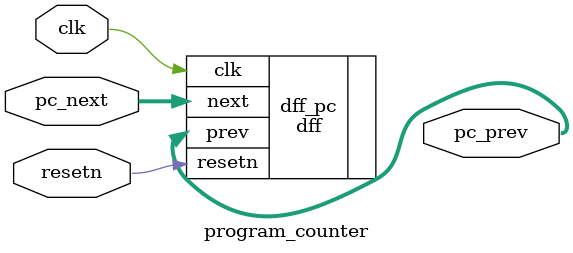
<source format=sv>
module program_counter (
    input clk,
    input resetn,
    input [31:0] pc_next,
    output logic [31:0] pc_prev
);

    dff dff_pc (
        .clk(clk),
        .resetn(resetn),
        .next(pc_next),
        .prev(pc_prev)
    );
    
endmodule
</source>
